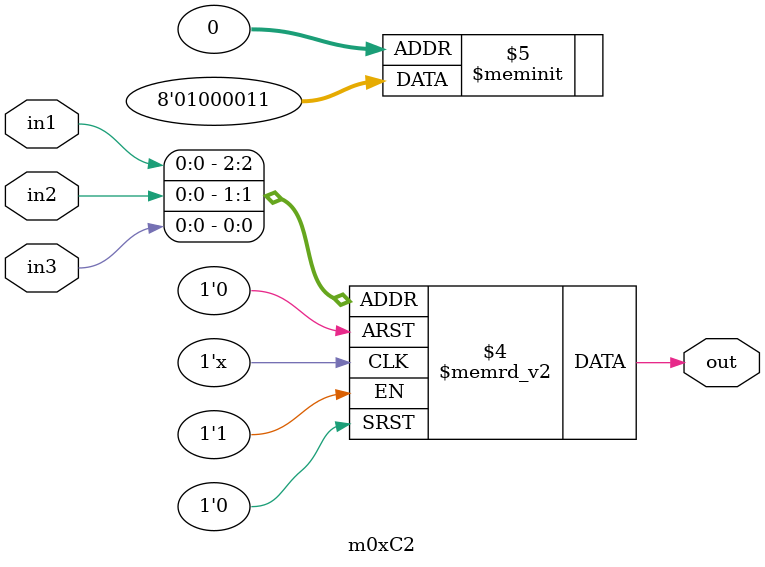
<source format=v>
module m0xC2(output out, input in1, in2, in3);

   always @(in1, in2, in3)
     begin
        case({in1, in2, in3})
          3'b000: {out} = 1'b1;
          3'b001: {out} = 1'b1;
          3'b010: {out} = 1'b0;
          3'b011: {out} = 1'b0;
          3'b100: {out} = 1'b0;
          3'b101: {out} = 1'b0;
          3'b110: {out} = 1'b1;
          3'b111: {out} = 1'b0;
        endcase // case ({in1, in2, in3})
     end // always @ (in1, in2, in3)

endmodule // m0xC2
</source>
